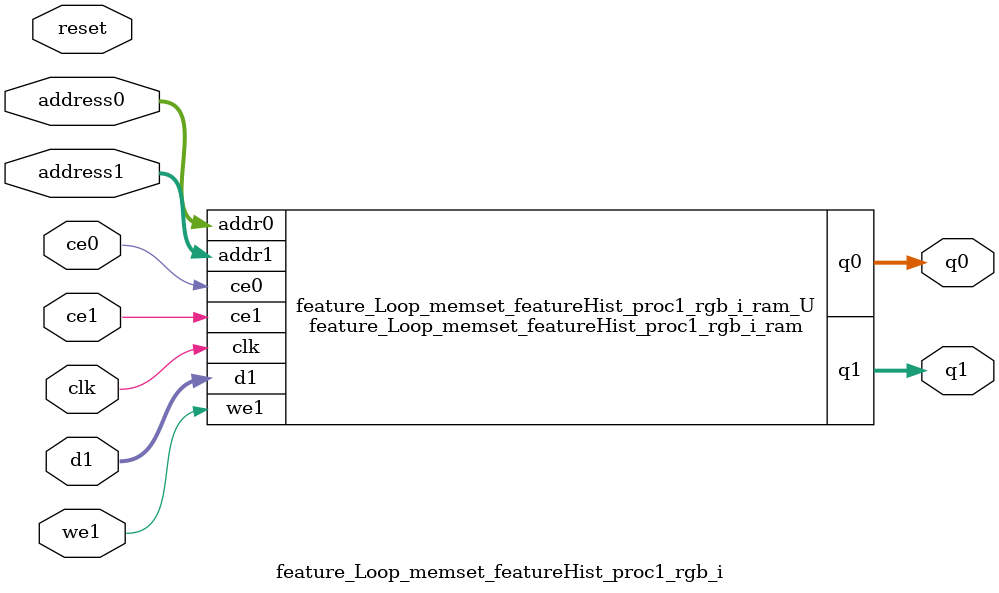
<source format=v>

`timescale 1 ns / 1 ps
module feature_Loop_memset_featureHist_proc1_rgb_i_ram (addr0, ce0, q0, addr1, ce1, d1, we1, q1,  clk);

parameter DWIDTH = 8;
parameter AWIDTH = 11;
parameter MEM_SIZE = 1920;

input[AWIDTH-1:0] addr0;
input ce0;
output reg[DWIDTH-1:0] q0;
input[AWIDTH-1:0] addr1;
input ce1;
input[DWIDTH-1:0] d1;
input we1;
output reg[DWIDTH-1:0] q1;
input clk;

(* ram_style = "block" *)reg [DWIDTH-1:0] ram[MEM_SIZE-1:0];




always @(posedge clk)  
begin 
    if (ce0) 
    begin
            q0 <= ram[addr0];
    end
end


always @(posedge clk)  
begin 
    if (ce1) 
    begin
        if (we1) 
        begin 
            ram[addr1] <= d1; 
            q1 <= d1;
        end 
        else 
            q1 <= ram[addr1];
    end
end


endmodule


`timescale 1 ns / 1 ps
module feature_Loop_memset_featureHist_proc1_rgb_i(
    reset,
    clk,
    address0,
    ce0,
    q0,
    address1,
    ce1,
    we1,
    d1,
    q1);

parameter DataWidth = 32'd8;
parameter AddressRange = 32'd1920;
parameter AddressWidth = 32'd11;
input reset;
input clk;
input[AddressWidth - 1:0] address0;
input ce0;
output[DataWidth - 1:0] q0;
input[AddressWidth - 1:0] address1;
input ce1;
input we1;
input[DataWidth - 1:0] d1;
output[DataWidth - 1:0] q1;



feature_Loop_memset_featureHist_proc1_rgb_i_ram feature_Loop_memset_featureHist_proc1_rgb_i_ram_U(
    .clk( clk ),
    .addr0( address0 ),
    .ce0( ce0 ),
    .q0( q0 ),
    .addr1( address1 ),
    .ce1( ce1 ),
    .d1( d1 ),
    .we1( we1 ),
    .q1( q1 ));

endmodule


</source>
